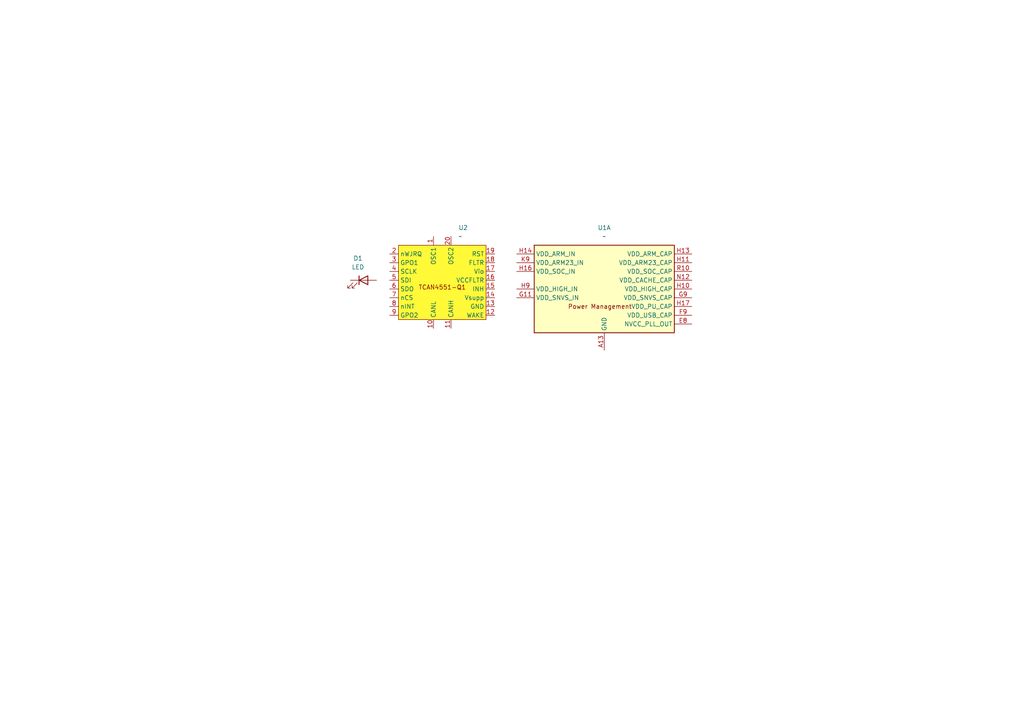
<source format=kicad_sch>
(kicad_sch (version 20250114) (generator "eeschema") (generator_version "9.0")
  (paper "A4")
  (symbol (lib_id "TCAN4551-Q1:TCAN4551-Q1") (at 113.03 68.58 0) (unit 1)
    (property "Reference" "U2" (at 132.9533 66.04 0) (effects (justify left)))
    (property "Value" "~" (at 132.9533 68.58 0) (effects (justify left)))
    (property "Footprint" "TCAN4551-Q1:Untitled" (effects (hide yes)))
  )
  (symbol (lib_id "Device:LED") (at 105.41 81.28 0) (unit 1)
    (property "Reference" "D1" (at 103.8225 74.93 0))
    (property "Value" "LED" (at 103.8225 77.47 0))
    (property "Footprint" "LED_SMD:LED_miniPLCC_2315" (effects (hide yes)))
    (property "Description" "Light emitting diode" (effects (hide yes)))
    (property "Sim.Pins" "1=K 2=A" (effects (hide yes)))
  )
  (symbol (lib_id "CPU_NXP_IMX:MCIMX6D4AVT") (at 175.26 83.82 0) (unit 1)
    (property "Reference" "U1" (at 175.26 66.04 0))
    (property "Value" "~" (at 175.26 68.58 0))
    (property "Footprint" "Package_BGA:BGA-624_21x21mm_Layout25x25_P0.8mm" (effects (hide yes)))
    (property "Datasheet" "https://www.nxp.com/docs/en/data-sheet/IMX6DQAEC.pdf" (effects (hide yes)))
    (property "Description" "i.MX 6Dual Automotive and Infotainment Application Processor, BGA-624" (effects (hide yes)))
  )
)
</source>
